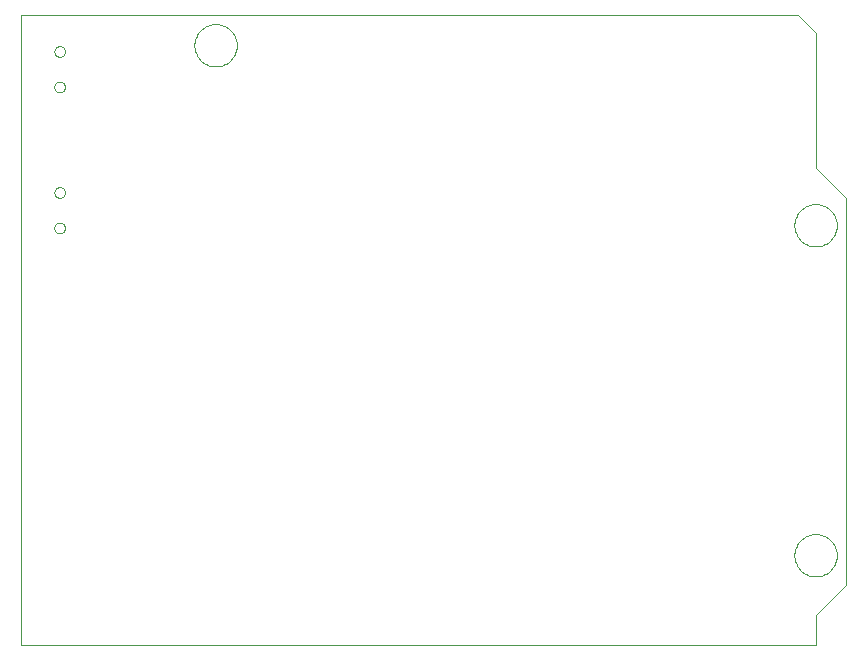
<source format=gko>
G75*
G70*
%OFA0B0*%
%FSLAX24Y24*%
%IPPOS*%
%LPD*%
%AMOC8*
5,1,8,0,0,1.08239X$1,22.5*
%
%ADD10C,0.0000*%
D10*
X001471Y000500D02*
X001471Y021500D01*
X027371Y021500D01*
X027971Y020900D01*
X027971Y016400D01*
X028971Y015400D01*
X028971Y002500D01*
X027971Y001500D01*
X027971Y000500D01*
X001471Y000500D01*
X002594Y014409D02*
X002596Y014435D01*
X002602Y014461D01*
X002612Y014486D01*
X002625Y014509D01*
X002641Y014529D01*
X002661Y014547D01*
X002683Y014562D01*
X002706Y014574D01*
X002732Y014582D01*
X002758Y014586D01*
X002784Y014586D01*
X002810Y014582D01*
X002836Y014574D01*
X002860Y014562D01*
X002881Y014547D01*
X002901Y014529D01*
X002917Y014509D01*
X002930Y014486D01*
X002940Y014461D01*
X002946Y014435D01*
X002948Y014409D01*
X002946Y014383D01*
X002940Y014357D01*
X002930Y014332D01*
X002917Y014309D01*
X002901Y014289D01*
X002881Y014271D01*
X002859Y014256D01*
X002836Y014244D01*
X002810Y014236D01*
X002784Y014232D01*
X002758Y014232D01*
X002732Y014236D01*
X002706Y014244D01*
X002682Y014256D01*
X002661Y014271D01*
X002641Y014289D01*
X002625Y014309D01*
X002612Y014332D01*
X002602Y014357D01*
X002596Y014383D01*
X002594Y014409D01*
X002594Y015591D02*
X002596Y015617D01*
X002602Y015643D01*
X002612Y015668D01*
X002625Y015691D01*
X002641Y015711D01*
X002661Y015729D01*
X002683Y015744D01*
X002706Y015756D01*
X002732Y015764D01*
X002758Y015768D01*
X002784Y015768D01*
X002810Y015764D01*
X002836Y015756D01*
X002860Y015744D01*
X002881Y015729D01*
X002901Y015711D01*
X002917Y015691D01*
X002930Y015668D01*
X002940Y015643D01*
X002946Y015617D01*
X002948Y015591D01*
X002946Y015565D01*
X002940Y015539D01*
X002930Y015514D01*
X002917Y015491D01*
X002901Y015471D01*
X002881Y015453D01*
X002859Y015438D01*
X002836Y015426D01*
X002810Y015418D01*
X002784Y015414D01*
X002758Y015414D01*
X002732Y015418D01*
X002706Y015426D01*
X002682Y015438D01*
X002661Y015453D01*
X002641Y015471D01*
X002625Y015491D01*
X002612Y015514D01*
X002602Y015539D01*
X002596Y015565D01*
X002594Y015591D01*
X002594Y019109D02*
X002596Y019135D01*
X002602Y019161D01*
X002612Y019186D01*
X002625Y019209D01*
X002641Y019229D01*
X002661Y019247D01*
X002683Y019262D01*
X002706Y019274D01*
X002732Y019282D01*
X002758Y019286D01*
X002784Y019286D01*
X002810Y019282D01*
X002836Y019274D01*
X002860Y019262D01*
X002881Y019247D01*
X002901Y019229D01*
X002917Y019209D01*
X002930Y019186D01*
X002940Y019161D01*
X002946Y019135D01*
X002948Y019109D01*
X002946Y019083D01*
X002940Y019057D01*
X002930Y019032D01*
X002917Y019009D01*
X002901Y018989D01*
X002881Y018971D01*
X002859Y018956D01*
X002836Y018944D01*
X002810Y018936D01*
X002784Y018932D01*
X002758Y018932D01*
X002732Y018936D01*
X002706Y018944D01*
X002682Y018956D01*
X002661Y018971D01*
X002641Y018989D01*
X002625Y019009D01*
X002612Y019032D01*
X002602Y019057D01*
X002596Y019083D01*
X002594Y019109D01*
X002594Y020291D02*
X002596Y020317D01*
X002602Y020343D01*
X002612Y020368D01*
X002625Y020391D01*
X002641Y020411D01*
X002661Y020429D01*
X002683Y020444D01*
X002706Y020456D01*
X002732Y020464D01*
X002758Y020468D01*
X002784Y020468D01*
X002810Y020464D01*
X002836Y020456D01*
X002860Y020444D01*
X002881Y020429D01*
X002901Y020411D01*
X002917Y020391D01*
X002930Y020368D01*
X002940Y020343D01*
X002946Y020317D01*
X002948Y020291D01*
X002946Y020265D01*
X002940Y020239D01*
X002930Y020214D01*
X002917Y020191D01*
X002901Y020171D01*
X002881Y020153D01*
X002859Y020138D01*
X002836Y020126D01*
X002810Y020118D01*
X002784Y020114D01*
X002758Y020114D01*
X002732Y020118D01*
X002706Y020126D01*
X002682Y020138D01*
X002661Y020153D01*
X002641Y020171D01*
X002625Y020191D01*
X002612Y020214D01*
X002602Y020239D01*
X002596Y020265D01*
X002594Y020291D01*
X007264Y020500D02*
X007266Y020553D01*
X007272Y020605D01*
X007282Y020657D01*
X007295Y020708D01*
X007313Y020758D01*
X007334Y020807D01*
X007359Y020854D01*
X007387Y020898D01*
X007418Y020941D01*
X007453Y020981D01*
X007490Y021018D01*
X007530Y021053D01*
X007573Y021084D01*
X007618Y021112D01*
X007664Y021137D01*
X007713Y021158D01*
X007763Y021176D01*
X007814Y021189D01*
X007866Y021199D01*
X007918Y021205D01*
X007971Y021207D01*
X008024Y021205D01*
X008076Y021199D01*
X008128Y021189D01*
X008179Y021176D01*
X008229Y021158D01*
X008278Y021137D01*
X008325Y021112D01*
X008369Y021084D01*
X008412Y021053D01*
X008452Y021018D01*
X008489Y020981D01*
X008524Y020941D01*
X008555Y020898D01*
X008583Y020853D01*
X008608Y020807D01*
X008629Y020758D01*
X008647Y020708D01*
X008660Y020657D01*
X008670Y020605D01*
X008676Y020553D01*
X008678Y020500D01*
X008676Y020447D01*
X008670Y020395D01*
X008660Y020343D01*
X008647Y020292D01*
X008629Y020242D01*
X008608Y020193D01*
X008583Y020146D01*
X008555Y020102D01*
X008524Y020059D01*
X008489Y020019D01*
X008452Y019982D01*
X008412Y019947D01*
X008369Y019916D01*
X008324Y019888D01*
X008278Y019863D01*
X008229Y019842D01*
X008179Y019824D01*
X008128Y019811D01*
X008076Y019801D01*
X008024Y019795D01*
X007971Y019793D01*
X007918Y019795D01*
X007866Y019801D01*
X007814Y019811D01*
X007763Y019824D01*
X007713Y019842D01*
X007664Y019863D01*
X007617Y019888D01*
X007573Y019916D01*
X007530Y019947D01*
X007490Y019982D01*
X007453Y020019D01*
X007418Y020059D01*
X007387Y020102D01*
X007359Y020147D01*
X007334Y020193D01*
X007313Y020242D01*
X007295Y020292D01*
X007282Y020343D01*
X007272Y020395D01*
X007266Y020447D01*
X007264Y020500D01*
X027264Y014500D02*
X027266Y014553D01*
X027272Y014605D01*
X027282Y014657D01*
X027295Y014708D01*
X027313Y014758D01*
X027334Y014807D01*
X027359Y014854D01*
X027387Y014898D01*
X027418Y014941D01*
X027453Y014981D01*
X027490Y015018D01*
X027530Y015053D01*
X027573Y015084D01*
X027618Y015112D01*
X027664Y015137D01*
X027713Y015158D01*
X027763Y015176D01*
X027814Y015189D01*
X027866Y015199D01*
X027918Y015205D01*
X027971Y015207D01*
X028024Y015205D01*
X028076Y015199D01*
X028128Y015189D01*
X028179Y015176D01*
X028229Y015158D01*
X028278Y015137D01*
X028325Y015112D01*
X028369Y015084D01*
X028412Y015053D01*
X028452Y015018D01*
X028489Y014981D01*
X028524Y014941D01*
X028555Y014898D01*
X028583Y014853D01*
X028608Y014807D01*
X028629Y014758D01*
X028647Y014708D01*
X028660Y014657D01*
X028670Y014605D01*
X028676Y014553D01*
X028678Y014500D01*
X028676Y014447D01*
X028670Y014395D01*
X028660Y014343D01*
X028647Y014292D01*
X028629Y014242D01*
X028608Y014193D01*
X028583Y014146D01*
X028555Y014102D01*
X028524Y014059D01*
X028489Y014019D01*
X028452Y013982D01*
X028412Y013947D01*
X028369Y013916D01*
X028324Y013888D01*
X028278Y013863D01*
X028229Y013842D01*
X028179Y013824D01*
X028128Y013811D01*
X028076Y013801D01*
X028024Y013795D01*
X027971Y013793D01*
X027918Y013795D01*
X027866Y013801D01*
X027814Y013811D01*
X027763Y013824D01*
X027713Y013842D01*
X027664Y013863D01*
X027617Y013888D01*
X027573Y013916D01*
X027530Y013947D01*
X027490Y013982D01*
X027453Y014019D01*
X027418Y014059D01*
X027387Y014102D01*
X027359Y014147D01*
X027334Y014193D01*
X027313Y014242D01*
X027295Y014292D01*
X027282Y014343D01*
X027272Y014395D01*
X027266Y014447D01*
X027264Y014500D01*
X027264Y003500D02*
X027266Y003553D01*
X027272Y003605D01*
X027282Y003657D01*
X027295Y003708D01*
X027313Y003758D01*
X027334Y003807D01*
X027359Y003854D01*
X027387Y003898D01*
X027418Y003941D01*
X027453Y003981D01*
X027490Y004018D01*
X027530Y004053D01*
X027573Y004084D01*
X027618Y004112D01*
X027664Y004137D01*
X027713Y004158D01*
X027763Y004176D01*
X027814Y004189D01*
X027866Y004199D01*
X027918Y004205D01*
X027971Y004207D01*
X028024Y004205D01*
X028076Y004199D01*
X028128Y004189D01*
X028179Y004176D01*
X028229Y004158D01*
X028278Y004137D01*
X028325Y004112D01*
X028369Y004084D01*
X028412Y004053D01*
X028452Y004018D01*
X028489Y003981D01*
X028524Y003941D01*
X028555Y003898D01*
X028583Y003853D01*
X028608Y003807D01*
X028629Y003758D01*
X028647Y003708D01*
X028660Y003657D01*
X028670Y003605D01*
X028676Y003553D01*
X028678Y003500D01*
X028676Y003447D01*
X028670Y003395D01*
X028660Y003343D01*
X028647Y003292D01*
X028629Y003242D01*
X028608Y003193D01*
X028583Y003146D01*
X028555Y003102D01*
X028524Y003059D01*
X028489Y003019D01*
X028452Y002982D01*
X028412Y002947D01*
X028369Y002916D01*
X028324Y002888D01*
X028278Y002863D01*
X028229Y002842D01*
X028179Y002824D01*
X028128Y002811D01*
X028076Y002801D01*
X028024Y002795D01*
X027971Y002793D01*
X027918Y002795D01*
X027866Y002801D01*
X027814Y002811D01*
X027763Y002824D01*
X027713Y002842D01*
X027664Y002863D01*
X027617Y002888D01*
X027573Y002916D01*
X027530Y002947D01*
X027490Y002982D01*
X027453Y003019D01*
X027418Y003059D01*
X027387Y003102D01*
X027359Y003147D01*
X027334Y003193D01*
X027313Y003242D01*
X027295Y003292D01*
X027282Y003343D01*
X027272Y003395D01*
X027266Y003447D01*
X027264Y003500D01*
M02*

</source>
